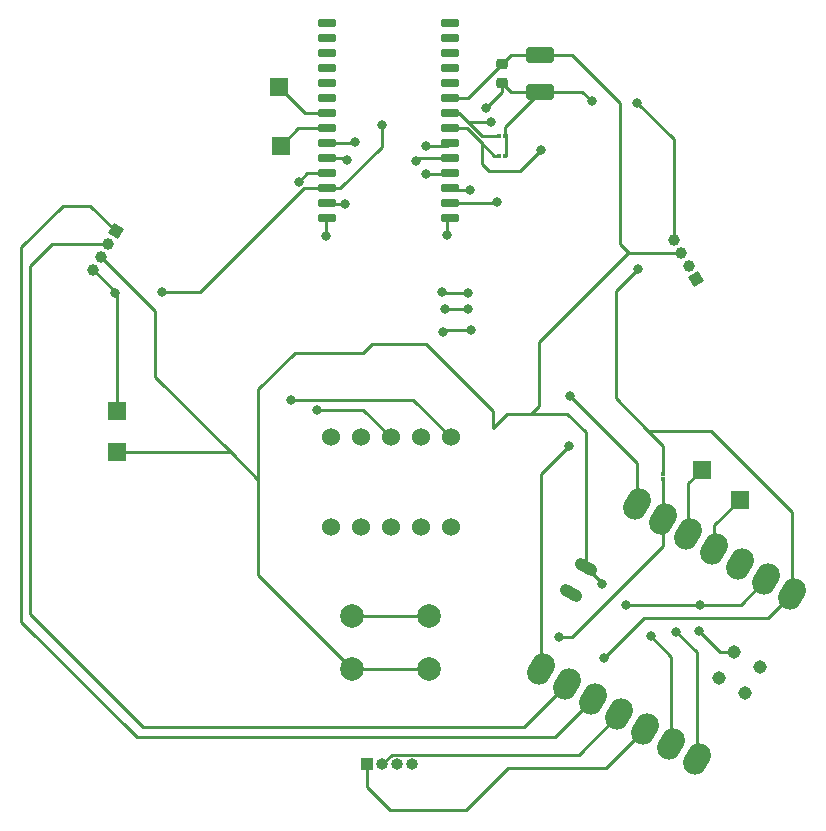
<source format=gbr>
%TF.GenerationSoftware,KiCad,Pcbnew,7.0.10-7.0.10~ubuntu22.04.1*%
%TF.CreationDate,2025-04-20T11:35:09+07:00*%
%TF.ProjectId,Catancenter,43617461-6e63-4656-9e74-65722e6b6963,rev?*%
%TF.SameCoordinates,Original*%
%TF.FileFunction,Copper,L2,Bot*%
%TF.FilePolarity,Positive*%
%FSLAX46Y46*%
G04 Gerber Fmt 4.6, Leading zero omitted, Abs format (unit mm)*
G04 Created by KiCad (PCBNEW 7.0.10-7.0.10~ubuntu22.04.1) date 2025-04-20 11:35:09*
%MOMM*%
%LPD*%
G01*
G04 APERTURE LIST*
G04 Aperture macros list*
%AMRoundRect*
0 Rectangle with rounded corners*
0 $1 Rounding radius*
0 $2 $3 $4 $5 $6 $7 $8 $9 X,Y pos of 4 corners*
0 Add a 4 corners polygon primitive as box body*
4,1,4,$2,$3,$4,$5,$6,$7,$8,$9,$2,$3,0*
0 Add four circle primitives for the rounded corners*
1,1,$1+$1,$2,$3*
1,1,$1+$1,$4,$5*
1,1,$1+$1,$6,$7*
1,1,$1+$1,$8,$9*
0 Add four rect primitives between the rounded corners*
20,1,$1+$1,$2,$3,$4,$5,0*
20,1,$1+$1,$4,$5,$6,$7,0*
20,1,$1+$1,$6,$7,$8,$9,0*
20,1,$1+$1,$8,$9,$2,$3,0*%
%AMHorizOval*
0 Thick line with rounded ends*
0 $1 width*
0 $2 $3 position (X,Y) of the first rounded end (center of the circle)*
0 $4 $5 position (X,Y) of the second rounded end (center of the circle)*
0 Add line between two ends*
20,1,$1,$2,$3,$4,$5,0*
0 Add two circle primitives to create the rounded ends*
1,1,$1,$2,$3*
1,1,$1,$4,$5*%
%AMRotRect*
0 Rectangle, with rotation*
0 The origin of the aperture is its center*
0 $1 length*
0 $2 width*
0 $3 Rotation angle, in degrees counterclockwise*
0 Add horizontal line*
21,1,$1,$2,0,0,$3*%
G04 Aperture macros list end*
%TA.AperFunction,ComponentPad*%
%ADD10C,2.000000*%
%TD*%
%TA.AperFunction,ComponentPad*%
%ADD11C,1.524000*%
%TD*%
%TA.AperFunction,SMDPad,CuDef*%
%ADD12R,1.500000X1.500000*%
%TD*%
%TA.AperFunction,ComponentPad*%
%ADD13RotRect,1.000000X1.000000X30.000000*%
%TD*%
%TA.AperFunction,ComponentPad*%
%ADD14HorizOval,1.000000X0.000000X0.000000X0.000000X0.000000X0*%
%TD*%
%TA.AperFunction,SMDPad,CuDef*%
%ADD15RoundRect,0.075000X-0.075000X0.125000X-0.075000X-0.125000X0.075000X-0.125000X0.075000X0.125000X0*%
%TD*%
%TA.AperFunction,SMDPad,CuDef*%
%ADD16RoundRect,0.075000X0.125000X0.075000X-0.125000X0.075000X-0.125000X-0.075000X0.125000X-0.075000X0*%
%TD*%
%TA.AperFunction,ComponentPad*%
%ADD17RotRect,1.000000X1.000000X150.000000*%
%TD*%
%TA.AperFunction,ComponentPad*%
%ADD18HorizOval,1.000000X0.000000X0.000000X0.000000X0.000000X0*%
%TD*%
%TA.AperFunction,SMDPad,CuDef*%
%ADD19HorizOval,1.998980X0.187325X0.324456X-0.187325X-0.324456X0*%
%TD*%
%TA.AperFunction,SMDPad,CuDef*%
%ADD20HorizOval,1.016000X0.439941X-0.254000X-0.439941X0.254000X0*%
%TD*%
%TA.AperFunction,SMDPad,CuDef*%
%ADD21C,1.143000*%
%TD*%
%TA.AperFunction,SMDPad,CuDef*%
%ADD22RoundRect,0.150000X0.650000X0.150000X-0.650000X0.150000X-0.650000X-0.150000X0.650000X-0.150000X0*%
%TD*%
%TA.AperFunction,SMDPad,CuDef*%
%ADD23RoundRect,0.225000X0.250000X-0.225000X0.250000X0.225000X-0.250000X0.225000X-0.250000X-0.225000X0*%
%TD*%
%TA.AperFunction,SMDPad,CuDef*%
%ADD24RoundRect,0.250000X0.925000X-0.412500X0.925000X0.412500X-0.925000X0.412500X-0.925000X-0.412500X0*%
%TD*%
%TA.AperFunction,ComponentPad*%
%ADD25R,1.000000X1.000000*%
%TD*%
%TA.AperFunction,ComponentPad*%
%ADD26O,1.000000X1.000000*%
%TD*%
%TA.AperFunction,ViaPad*%
%ADD27C,0.800000*%
%TD*%
%TA.AperFunction,Conductor*%
%ADD28C,0.250000*%
%TD*%
G04 APERTURE END LIST*
D10*
%TO.P,SW1,1,1*%
%TO.N,Net-(U3-PA7_A8_D8_SCK)*%
X81053800Y-93798000D03*
X87553800Y-93798000D03*
%TO.P,SW1,2,2*%
%TO.N,Net-(J1-Pin_3)*%
X81053800Y-98298000D03*
X87553800Y-98298000D03*
%TD*%
D11*
%TO.P,U2,1,e*%
%TO.N,Net-(D1-BA)*%
X79222600Y-86309200D03*
%TO.P,U2,2,d*%
%TO.N,Net-(D1-GA)*%
X81762600Y-86309200D03*
%TO.P,U2,3,c*%
%TO.N,Net-(D1-RA)*%
X84302600Y-86309200D03*
%TO.P,U2,4,g*%
%TO.N,Net-(U1-SEG4)*%
X86842600Y-86309200D03*
%TO.P,U2,5,dp*%
%TO.N,Net-(U1-SEG5)*%
X89382600Y-86309200D03*
%TO.P,U2,6,b*%
%TO.N,Net-(U1-GRID1)*%
X89382600Y-78689200D03*
%TO.P,U2,7,a*%
%TO.N,Net-(U1-SEG6)*%
X86842600Y-78689200D03*
%TO.P,U2,8,b*%
%TO.N,Net-(U1-SEG7)*%
X84302600Y-78689200D03*
%TO.P,U2,9,g*%
%TO.N,Net-(U1-GRID2)*%
X81762600Y-78689200D03*
%TO.P,U2,10,f*%
%TO.N,Net-(U1-SEG8)*%
X79222600Y-78689200D03*
%TD*%
D12*
%TO.P,GND,1,1*%
%TO.N,Net-(J1-Pin_3)*%
X61112400Y-79959200D03*
%TD*%
D13*
%TO.P,J1,1,Pin_1*%
%TO.N,Net-(J1-Pin_1)*%
X110152689Y-65265749D03*
D14*
%TO.P,J1,2,Pin_2*%
%TO.N,Net-(J1-Pin_2)*%
X109517689Y-64165897D03*
%TO.P,J1,3,Pin_3*%
%TO.N,Net-(J1-Pin_3)*%
X108882689Y-63066044D03*
%TO.P,J1,4,Pin_4*%
%TO.N,Net-(J1-Pin_4)*%
X108247689Y-61966192D03*
%TD*%
D15*
%TO.P,R3,1*%
%TO.N,Net-(J1-Pin_4)*%
X107365800Y-81745200D03*
%TO.P,R3,2*%
%TO.N,Net-(U3-PA7_A8_D8_SCK)*%
X107365800Y-82245200D03*
%TD*%
D16*
%TO.P,R1,1*%
%TO.N,Net-(J1-Pin_4)*%
X93946200Y-53162200D03*
%TO.P,R1,2*%
%TO.N,Net-(U1-DIN)*%
X93446200Y-53162200D03*
%TD*%
D17*
%TO.P,J3,1,Pin_1*%
%TO.N,Net-(J3-Pin_1)*%
X61012912Y-61187452D03*
D18*
%TO.P,J3,2,Pin_2*%
%TO.N,Net-(J3-Pin_2)*%
X60377912Y-62287304D03*
%TO.P,J3,3,Pin_3*%
%TO.N,Net-(J1-Pin_3)*%
X59742912Y-63387157D03*
%TO.P,J3,4,Pin_4*%
%TO.N,Net-(J1-Pin_4)*%
X59107912Y-64487009D03*
%TD*%
D12*
%TO.P,VCC,1,1*%
%TO.N,Net-(J1-Pin_4)*%
X61112400Y-76409200D03*
%TD*%
%TO.P,TP3,1,1*%
%TO.N,Net-(U1-GRID4)*%
X75006200Y-54000400D03*
%TD*%
%TO.P,TP4,1,1*%
%TO.N,Net-(U1-GRID5)*%
X74803000Y-48996600D03*
%TD*%
D19*
%TO.P,U3,1,PA02_A0_D0*%
%TO.N,Net-(J1-Pin_1)*%
X110227379Y-105943562D03*
%TO.P,U3,2,PA4_A1_D1*%
%TO.N,Net-(J1-Pin_2)*%
X108027675Y-104673562D03*
%TO.P,U3,3,PA10_A2_D2*%
%TO.N,Net-(J2-Pin_1)*%
X105827970Y-103403562D03*
%TO.P,U3,4,PA11_A3_D3*%
%TO.N,Net-(J2-Pin_2)*%
X103628266Y-102133562D03*
%TO.P,U3,5,PA8_A4_D4_SDA*%
%TO.N,Net-(J3-Pin_1)*%
X101428561Y-100863562D03*
%TO.P,U3,6,PA9_A5_D5_SCL*%
%TO.N,Net-(J3-Pin_2)*%
X99228857Y-99593562D03*
%TO.P,U3,7,PB08_A6_D6_TX*%
%TO.N,Net-(U1-SCLK)*%
X97029152Y-98323562D03*
%TO.P,U3,8,PB09_A7_D7_RX*%
%TO.N,Net-(U1-DIN)*%
X105111432Y-84324642D03*
%TO.P,U3,9,PA7_A8_D8_SCK*%
%TO.N,Net-(U3-PA7_A8_D8_SCK)*%
X107311137Y-85594642D03*
%TO.P,U3,10,PA5_A9_D9_MISO*%
%TO.N,Net-(U3-PA5_A9_D9_MISO)*%
X109510841Y-86864642D03*
%TO.P,U3,11,PA6_A10_D10_MOSI*%
%TO.N,Net-(U3-PA6_A10_D10_MOSI)*%
X111710546Y-88134642D03*
%TO.P,U3,12,3V3*%
%TO.N,unconnected-(U3-3V3-Pad12)*%
X113910250Y-89404642D03*
%TO.P,U3,13,GND*%
%TO.N,Net-(J1-Pin_3)*%
X116109955Y-90674642D03*
%TO.P,U3,14,5V*%
%TO.N,Net-(J1-Pin_4)*%
X118309659Y-91944642D03*
D20*
%TO.P,U3,15,5V*%
%TO.N,unconnected-(U3-5V-Pad15)*%
X99529173Y-91837759D03*
%TO.P,U3,16,GND*%
%TO.N,Net-(J1-Pin_3)*%
X100804173Y-89629395D03*
D21*
%TO.P,U3,17,PA31_SWDIO*%
%TO.N,unconnected-(U3-PA31_SWDIO-Pad17)*%
X114254632Y-100340890D03*
%TO.P,U3,18,PA30_SWCLK*%
%TO.N,unconnected-(U3-PA30_SWCLK-Pad18)*%
X115524632Y-98141185D03*
%TO.P,U3,19,RESET*%
%TO.N,unconnected-(U3-RESET-Pad19)*%
X112054928Y-99070890D03*
%TO.P,U3,20,GND*%
%TO.N,Net-(J1-Pin_3)*%
X113324928Y-96871185D03*
%TD*%
D22*
%TO.P,U1,1,GRID12*%
%TO.N,unconnected-(U1-GRID12-Pad1)*%
X89317000Y-43637200D03*
%TO.P,U1,2,GRID13*%
%TO.N,unconnected-(U1-GRID13-Pad2)*%
X89317000Y-44907200D03*
%TO.P,U1,3,GRID14*%
%TO.N,unconnected-(U1-GRID14-Pad3)*%
X89317000Y-46177200D03*
%TO.P,U1,4,GRID15*%
%TO.N,unconnected-(U1-GRID15-Pad4)*%
X89317000Y-47447200D03*
%TO.P,U1,5,GRID16*%
%TO.N,unconnected-(U1-GRID16-Pad5)*%
X89317000Y-48717200D03*
%TO.P,U1,6,VSS*%
%TO.N,Net-(J1-Pin_3)*%
X89317000Y-49987200D03*
%TO.P,U1,7,DIN*%
%TO.N,Net-(U1-DIN)*%
X89317000Y-51257200D03*
%TO.P,U1,8,SCLK*%
%TO.N,Net-(U1-SCLK)*%
X89317000Y-52527200D03*
%TO.P,U1,9,SEG1*%
%TO.N,Net-(D1-BA)*%
X89317000Y-53797200D03*
%TO.P,U1,10,SEG2*%
%TO.N,Net-(D1-GA)*%
X89317000Y-55067200D03*
%TO.P,U1,11,SEG3*%
%TO.N,Net-(D1-RA)*%
X89317000Y-56337200D03*
%TO.P,U1,12,SEG4*%
%TO.N,Net-(U1-SEG4)*%
X89317000Y-57607200D03*
%TO.P,U1,13,SEG5*%
%TO.N,Net-(U1-SEG5)*%
X89317000Y-58877200D03*
%TO.P,U1,14,SEG6*%
%TO.N,Net-(U1-SEG6)*%
X89317000Y-60147200D03*
%TO.P,U1,15,SEG7*%
%TO.N,Net-(U1-SEG7)*%
X78867000Y-60147200D03*
%TO.P,U1,16,SEG8*%
%TO.N,Net-(U1-SEG8)*%
X78867000Y-58877200D03*
%TO.P,U1,17,VDD*%
%TO.N,Net-(J1-Pin_4)*%
X78867000Y-57607200D03*
%TO.P,U1,18,GRID1*%
%TO.N,Net-(U1-GRID1)*%
X78867000Y-56337200D03*
%TO.P,U1,19,GRID2*%
%TO.N,Net-(U1-GRID2)*%
X78867000Y-55067200D03*
%TO.P,U1,20,GRID3*%
%TO.N,Net-(D1-BK)*%
X78867000Y-53797200D03*
%TO.P,U1,21,GRID4*%
%TO.N,Net-(U1-GRID4)*%
X78867000Y-52527200D03*
%TO.P,U1,22,GRID5*%
%TO.N,Net-(U1-GRID5)*%
X78867000Y-51257200D03*
%TO.P,U1,23,GRID6*%
%TO.N,unconnected-(U1-GRID6-Pad23)*%
X78867000Y-49987200D03*
%TO.P,U1,24,GRID7*%
%TO.N,unconnected-(U1-GRID7-Pad24)*%
X78867000Y-48717200D03*
%TO.P,U1,25,GRID8*%
%TO.N,unconnected-(U1-GRID8-Pad25)*%
X78867000Y-47447200D03*
%TO.P,U1,26,GRID9*%
%TO.N,unconnected-(U1-GRID9-Pad26)*%
X78867000Y-46177200D03*
%TO.P,U1,27,GRID10*%
%TO.N,unconnected-(U1-GRID10-Pad27)*%
X78867000Y-44907200D03*
%TO.P,U1,28,GRID11*%
%TO.N,unconnected-(U1-GRID11-Pad28)*%
X78867000Y-43637200D03*
%TD*%
D23*
%TO.P,C1,1*%
%TO.N,Net-(J1-Pin_4)*%
X93726000Y-48654000D03*
%TO.P,C1,2*%
%TO.N,Net-(J1-Pin_3)*%
X93726000Y-47104000D03*
%TD*%
D12*
%TO.P,TP2,1,1*%
%TO.N,Net-(U3-PA5_A9_D9_MISO)*%
X110642400Y-81457800D03*
%TD*%
D16*
%TO.P,R2,1*%
%TO.N,Net-(J1-Pin_4)*%
X94001400Y-54838600D03*
%TO.P,R2,2*%
%TO.N,Net-(U1-SCLK)*%
X93501400Y-54838600D03*
%TD*%
D24*
%TO.P,C2,1*%
%TO.N,Net-(J1-Pin_4)*%
X96977200Y-49403000D03*
%TO.P,C2,2*%
%TO.N,Net-(J1-Pin_3)*%
X96977200Y-46328000D03*
%TD*%
D25*
%TO.P,J2,1,Pin_1*%
%TO.N,Net-(J2-Pin_1)*%
X82301000Y-106363200D03*
D26*
%TO.P,J2,2,Pin_2*%
%TO.N,Net-(J2-Pin_2)*%
X83571000Y-106363200D03*
%TO.P,J2,3,Pin_3*%
%TO.N,Net-(J1-Pin_3)*%
X84841000Y-106363200D03*
%TO.P,J2,4,Pin_4*%
%TO.N,Net-(J1-Pin_4)*%
X86111000Y-106363200D03*
%TD*%
D12*
%TO.P,TP1,1,1*%
%TO.N,Net-(U3-PA6_A10_D10_MOSI)*%
X113842800Y-83947000D03*
%TD*%
D27*
%TO.N,Net-(D1-BK)*%
X81305400Y-53644800D03*
%TO.N,Net-(D1-BA)*%
X88747600Y-69799200D03*
X87249000Y-54051200D03*
X91059000Y-69621400D03*
%TO.N,Net-(D1-GA)*%
X90881200Y-67792600D03*
X88874600Y-67792600D03*
X86461600Y-55245000D03*
%TO.N,Net-(D1-RA)*%
X90855800Y-66421000D03*
X87325200Y-56362600D03*
X88671400Y-66370200D03*
%TO.N,Net-(U1-SEG4)*%
X91033600Y-57708800D03*
%TO.N,Net-(U1-SEG5)*%
X93294200Y-58724800D03*
%TO.N,Net-(U1-SEG6)*%
X89052400Y-61518800D03*
%TO.N,Net-(U1-SEG7)*%
X78816200Y-61671200D03*
X78028800Y-76377800D03*
%TO.N,Net-(U1-SEG8)*%
X80467200Y-58928000D03*
%TO.N,Net-(U1-GRID1)*%
X76504800Y-57023000D03*
X75895200Y-75488800D03*
%TO.N,Net-(U1-GRID2)*%
X80568800Y-55194200D03*
%TO.N,Net-(J1-Pin_4)*%
X105156000Y-50342800D03*
X60934600Y-66421000D03*
X102362000Y-97358200D03*
X92354400Y-50800000D03*
X64973200Y-66370200D03*
X83540600Y-52222400D03*
X101346000Y-50241200D03*
X105232200Y-64439800D03*
%TO.N,Net-(J1-Pin_3)*%
X102209600Y-91084400D03*
X104190800Y-92837000D03*
X110464600Y-92837000D03*
X110388400Y-95046800D03*
%TO.N,Net-(J1-Pin_1)*%
X108458000Y-95123000D03*
%TO.N,Net-(J1-Pin_2)*%
X106299000Y-95529400D03*
%TO.N,Net-(U1-DIN)*%
X92811600Y-51968400D03*
X99466400Y-75209400D03*
%TO.N,Net-(U1-SCLK)*%
X99415600Y-79400400D03*
X97002600Y-54330600D03*
%TO.N,Net-(U3-PA7_A8_D8_SCK)*%
X98577400Y-95605600D03*
%TD*%
D28*
%TO.N,Net-(D1-BK)*%
X81153000Y-53797200D02*
X78867000Y-53797200D01*
X81305400Y-53644800D02*
X81153000Y-53797200D01*
%TO.N,Net-(D1-BA)*%
X89063000Y-54051200D02*
X89317000Y-53797200D01*
X88925400Y-69621400D02*
X88747600Y-69799200D01*
X91059000Y-69621400D02*
X88925400Y-69621400D01*
X87249000Y-54051200D02*
X89063000Y-54051200D01*
%TO.N,Net-(D1-GA)*%
X86461600Y-55245000D02*
X86639400Y-55067200D01*
X88849200Y-67767200D02*
X88874600Y-67792600D01*
X90881200Y-67792600D02*
X88874600Y-67792600D01*
X86639400Y-55067200D02*
X89317000Y-55067200D01*
%TO.N,Net-(D1-RA)*%
X89291600Y-56362600D02*
X89317000Y-56337200D01*
X90855800Y-66421000D02*
X88722200Y-66421000D01*
X87325200Y-56362600D02*
X89291600Y-56362600D01*
X88722200Y-66421000D02*
X88671400Y-66370200D01*
%TO.N,Net-(U1-SEG4)*%
X91033600Y-57708800D02*
X89418600Y-57708800D01*
X89418600Y-57708800D02*
X89317000Y-57607200D01*
%TO.N,Net-(U1-SEG5)*%
X93141800Y-58877200D02*
X89317000Y-58877200D01*
X93294200Y-58724800D02*
X93141800Y-58877200D01*
%TO.N,Net-(U1-SEG6)*%
X89052400Y-60411800D02*
X89317000Y-60147200D01*
X89052400Y-61518800D02*
X89052400Y-60411800D01*
%TO.N,Net-(U1-SEG7)*%
X81991200Y-76377800D02*
X78028800Y-76377800D01*
X84302600Y-78689200D02*
X81991200Y-76377800D01*
X78816200Y-60198000D02*
X78867000Y-60147200D01*
X78816200Y-61671200D02*
X78816200Y-60198000D01*
%TO.N,Net-(U1-SEG8)*%
X78917800Y-58928000D02*
X78867000Y-58877200D01*
X80467200Y-58928000D02*
X78917800Y-58928000D01*
%TO.N,Net-(U1-GRID1)*%
X76504800Y-57023000D02*
X77190600Y-56337200D01*
X89382600Y-78689200D02*
X86182200Y-75488800D01*
X86182200Y-75488800D02*
X75895200Y-75488800D01*
X77190600Y-56337200D02*
X78867000Y-56337200D01*
%TO.N,Net-(U1-GRID2)*%
X80441800Y-55067200D02*
X80568800Y-55194200D01*
X78867000Y-55067200D02*
X80441800Y-55067200D01*
X78994000Y-55194200D02*
X78867000Y-55067200D01*
%TO.N,Net-(J1-Pin_4)*%
X96977200Y-49403000D02*
X94475000Y-49403000D01*
X68182905Y-66370200D02*
X76945905Y-57607200D01*
X118309659Y-91944642D02*
X118309659Y-85010259D01*
X80035400Y-57607200D02*
X78867000Y-57607200D01*
X108247689Y-61966192D02*
X108247689Y-53434489D01*
X61112400Y-66598800D02*
X60934600Y-66421000D01*
X94475000Y-49403000D02*
X93726000Y-48654000D01*
X83540600Y-52222400D02*
X83540600Y-54102000D01*
X103378000Y-75387200D02*
X103378000Y-66294000D01*
X93971200Y-52959000D02*
X93971200Y-53162200D01*
X101346000Y-50241200D02*
X100507800Y-49403000D01*
X83540600Y-54102000D02*
X80035400Y-57607200D01*
X116248901Y-94005400D02*
X108305600Y-94005400D01*
X93726000Y-49428400D02*
X92354400Y-50800000D01*
X60934600Y-66313697D02*
X60934600Y-66421000D01*
X105714800Y-94005400D02*
X102362000Y-97358200D01*
X93971200Y-52959000D02*
X94026400Y-53014200D01*
X111404400Y-78105000D02*
X106095800Y-78105000D01*
X61112400Y-76409200D02*
X61112400Y-66598800D01*
X106095800Y-78105000D02*
X107365800Y-79375000D01*
X96977200Y-49403000D02*
X93971200Y-52409000D01*
X93726000Y-48654000D02*
X93726000Y-49428400D01*
X118309659Y-85010259D02*
X111404400Y-78105000D01*
X107365800Y-79375000D02*
X107365800Y-81720200D01*
X76945905Y-57607200D02*
X78867000Y-57607200D01*
X59107912Y-64487009D02*
X60934600Y-66313697D01*
X106095800Y-78105000D02*
X103378000Y-75387200D01*
X100507800Y-49403000D02*
X96977200Y-49403000D01*
X108305600Y-94005400D02*
X105714800Y-94005400D01*
X64973200Y-66370200D02*
X68182905Y-66370200D01*
X108247689Y-53434489D02*
X105156000Y-50342800D01*
X103378000Y-66294000D02*
X105232200Y-64439800D01*
X118309659Y-91944642D02*
X116248901Y-94005400D01*
X94026400Y-53014200D02*
X94026400Y-54838600D01*
X93971200Y-52409000D02*
X93971200Y-52959000D01*
%TO.N,Net-(J1-Pin_3)*%
X73100232Y-74575368D02*
X76154732Y-71520868D01*
X110464600Y-92837000D02*
X104190800Y-92837000D01*
X113324928Y-96871185D02*
X112212785Y-96871185D01*
X94502000Y-46328000D02*
X93726000Y-47104000D01*
X73100232Y-82295032D02*
X73100232Y-74575368D01*
X113947597Y-92837000D02*
X110464600Y-92837000D01*
X87553800Y-98298000D02*
X81053800Y-98298000D01*
X92988755Y-76453355D02*
X92988755Y-77870868D01*
X73101200Y-90345400D02*
X81053800Y-98298000D01*
X100804173Y-89629395D02*
X100804173Y-78223573D01*
X116109955Y-90674642D02*
X113947597Y-92837000D01*
X76154732Y-71520868D02*
X81990232Y-71520868D01*
X61112400Y-79959200D02*
X70764400Y-79959200D01*
X104444800Y-63017400D02*
X96889400Y-70572800D01*
X103708200Y-50393600D02*
X99642600Y-46328000D01*
X103708200Y-62280800D02*
X103708200Y-50393600D01*
X112212785Y-96871185D02*
X110388400Y-95046800D01*
X87299800Y-70764400D02*
X92988755Y-76453355D01*
X94177023Y-76682600D02*
X92988755Y-77870868D01*
X96977200Y-46328000D02*
X94502000Y-46328000D01*
X102209600Y-91084400D02*
X102209600Y-91034822D01*
X70840600Y-80035400D02*
X73100232Y-82295032D01*
X64338200Y-67982445D02*
X59742912Y-63387157D01*
X82746700Y-70764400D02*
X87299800Y-70764400D01*
X99263200Y-76682600D02*
X96199105Y-76682600D01*
X96889400Y-70572800D02*
X96889400Y-75992305D01*
X64338200Y-73533000D02*
X70840600Y-80035400D01*
X73100232Y-82295032D02*
X73100232Y-86918800D01*
X104493444Y-63066044D02*
X103708200Y-62280800D01*
X99642600Y-46328000D02*
X96977200Y-46328000D01*
X96199105Y-76682600D02*
X94177023Y-76682600D01*
X96889400Y-75992305D02*
X96199105Y-76682600D01*
X73100232Y-86918800D02*
X73101200Y-86919768D01*
X73101200Y-86919768D02*
X73101200Y-90345400D01*
X90842800Y-49987200D02*
X89317000Y-49987200D01*
X81990232Y-71520868D02*
X82746700Y-70764400D01*
X100804173Y-78223573D02*
X99263200Y-76682600D01*
X102209600Y-91034822D02*
X100804173Y-89629395D01*
X64338200Y-73533000D02*
X64338200Y-67982445D01*
X108882689Y-63066044D02*
X104493444Y-63066044D01*
X93726000Y-47104000D02*
X90842800Y-49987200D01*
X70764400Y-79959200D02*
X70840600Y-80035400D01*
%TO.N,Net-(J1-Pin_1)*%
X110227379Y-96892379D02*
X108458000Y-95123000D01*
X110227379Y-105943562D02*
X110227379Y-96892379D01*
%TO.N,Net-(J1-Pin_2)*%
X108027675Y-104673562D02*
X108027675Y-97258075D01*
X108027675Y-97258075D02*
X106299000Y-95529400D01*
%TO.N,Net-(J2-Pin_1)*%
X102551532Y-106680000D02*
X105827970Y-103403562D01*
X84251800Y-110210600D02*
X90678000Y-110210600D01*
X82301000Y-108249800D02*
X82296000Y-108254800D01*
X82301000Y-106363200D02*
X82301000Y-108249800D01*
X82296000Y-108254800D02*
X84251800Y-110210600D01*
X94208600Y-106680000D02*
X102551532Y-106680000D01*
X90678000Y-110210600D02*
X94208600Y-106680000D01*
%TO.N,Net-(J2-Pin_2)*%
X100223628Y-105538200D02*
X103628266Y-102133562D01*
X83571000Y-106363200D02*
X84396000Y-105538200D01*
X84396000Y-105538200D02*
X100223628Y-105538200D01*
%TO.N,Net-(J3-Pin_1)*%
X53009800Y-62585600D02*
X53009800Y-94310200D01*
X56540400Y-59055000D02*
X53009800Y-62585600D01*
X53009800Y-94310200D02*
X62788800Y-104089200D01*
X62788800Y-104089200D02*
X98202923Y-104089200D01*
X58880460Y-59055000D02*
X56540400Y-59055000D01*
X61012912Y-61187452D02*
X58880460Y-59055000D01*
X98202923Y-104089200D02*
X101428561Y-100863562D01*
%TO.N,Net-(J3-Pin_2)*%
X53771800Y-93649800D02*
X63347600Y-103225600D01*
X95596819Y-103225600D02*
X99228857Y-99593562D01*
X55619496Y-62287304D02*
X53771800Y-64135000D01*
X60377912Y-62287304D02*
X55619496Y-62287304D01*
X53771800Y-64135000D02*
X53771800Y-93649800D01*
X63347600Y-103225600D02*
X95596819Y-103225600D01*
%TO.N,Net-(U1-DIN)*%
X105111432Y-80854432D02*
X99466400Y-75209400D01*
X89317000Y-51257200D02*
X90116999Y-51257200D01*
X92021999Y-53162200D02*
X93421200Y-53162200D01*
X92811600Y-51968400D02*
X90828198Y-51968400D01*
X105111432Y-84324642D02*
X105111432Y-80854432D01*
X90116999Y-51257200D02*
X90740399Y-51880601D01*
X90828198Y-51968400D02*
X90740399Y-51880601D01*
X90740399Y-51880601D02*
X92021999Y-53162200D01*
%TO.N,Net-(U1-SCLK)*%
X97029152Y-98323562D02*
X97029152Y-81786848D01*
X97002600Y-54330600D02*
X95224600Y-56108600D01*
X90750603Y-52527200D02*
X91908102Y-53684698D01*
X92608400Y-56108600D02*
X92024200Y-55524400D01*
X92024200Y-53800796D02*
X91908102Y-53684698D01*
X91908102Y-53684698D02*
X93062003Y-54838600D01*
X95224600Y-56108600D02*
X92608400Y-56108600D01*
X97029152Y-81786848D02*
X99415600Y-79400400D01*
X89317000Y-52527200D02*
X90750603Y-52527200D01*
X92024200Y-55524400D02*
X92024200Y-53800796D01*
X93062003Y-54838600D02*
X93476400Y-54838600D01*
%TO.N,Net-(U3-PA7_A8_D8_SCK)*%
X81053800Y-93798000D02*
X87553800Y-93798000D01*
X107311137Y-85594642D02*
X107311137Y-82324863D01*
X98628200Y-95554800D02*
X98577400Y-95605600D01*
X107311137Y-85594642D02*
X107311137Y-87887863D01*
X99644200Y-95554800D02*
X98628200Y-95554800D01*
X107311137Y-82324863D02*
X107365800Y-82270200D01*
X107311137Y-87887863D02*
X99644200Y-95554800D01*
%TO.N,Net-(U3-PA6_A10_D10_MOSI)*%
X111710546Y-86079254D02*
X113842800Y-83947000D01*
X111710546Y-88134642D02*
X111710546Y-86079254D01*
%TO.N,Net-(U3-PA5_A9_D9_MISO)*%
X109510841Y-86864642D02*
X109510841Y-82589359D01*
X109510841Y-82589359D02*
X110642400Y-81457800D01*
%TO.N,Net-(U1-GRID4)*%
X78867000Y-52527200D02*
X76479400Y-52527200D01*
X76479400Y-52527200D02*
X75006200Y-54000400D01*
%TO.N,Net-(U1-GRID5)*%
X77063600Y-51257200D02*
X74803000Y-48996600D01*
X78867000Y-51257200D02*
X77063600Y-51257200D01*
%TD*%
M02*

</source>
